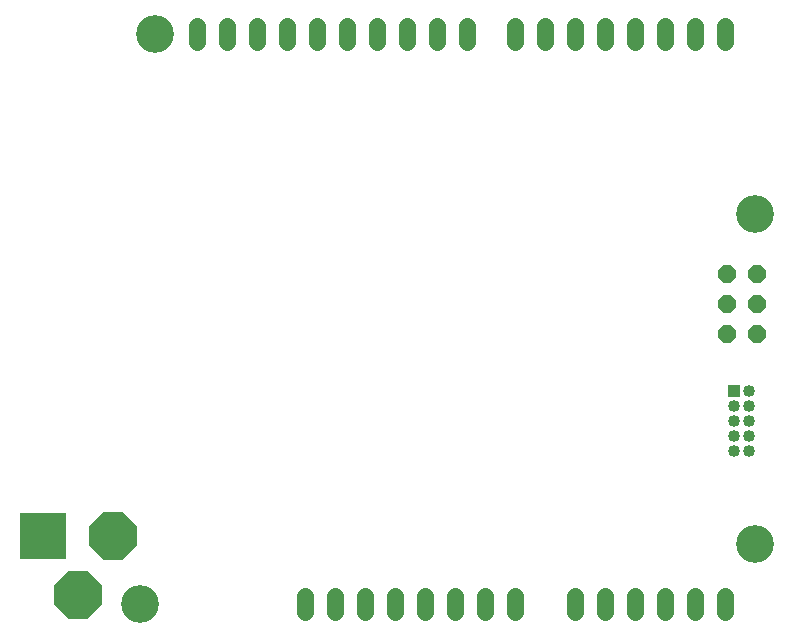
<source format=gbs>
G75*
%MOIN*%
%OFA0B0*%
%FSLAX25Y25*%
%IPPOS*%
%LPD*%
%AMOC8*
5,1,8,0,0,1.08239X$1,22.5*
%
%ADD10C,0.12598*%
%ADD11OC8,0.06102*%
%ADD12C,0.05600*%
%ADD13OC8,0.15748*%
%ADD14R,0.15748X0.15748*%
%ADD15C,0.07677*%
%ADD16R,0.04000X0.04000*%
%ADD17C,0.04000*%
D10*
X0063760Y0013750D03*
X0268760Y0033750D03*
X0268760Y0143750D03*
X0068760Y0203750D03*
D11*
X0259260Y0123750D03*
X0269260Y0123750D03*
X0269260Y0113750D03*
X0259260Y0113750D03*
X0259260Y0103750D03*
X0269260Y0103750D03*
D12*
X0258760Y0016550D02*
X0258760Y0010950D01*
X0248760Y0010950D02*
X0248760Y0016550D01*
X0238760Y0016550D02*
X0238760Y0010950D01*
X0228760Y0010950D02*
X0228760Y0016550D01*
X0218760Y0016550D02*
X0218760Y0010950D01*
X0208760Y0010950D02*
X0208760Y0016550D01*
X0188760Y0016550D02*
X0188760Y0010950D01*
X0178760Y0010950D02*
X0178760Y0016550D01*
X0168760Y0016550D02*
X0168760Y0010950D01*
X0158760Y0010950D02*
X0158760Y0016550D01*
X0148760Y0016550D02*
X0148760Y0010950D01*
X0138760Y0010950D02*
X0138760Y0016550D01*
X0128760Y0016550D02*
X0128760Y0010950D01*
X0118760Y0010950D02*
X0118760Y0016550D01*
X0122760Y0200950D02*
X0122760Y0206550D01*
X0112760Y0206550D02*
X0112760Y0200950D01*
X0102760Y0200950D02*
X0102760Y0206550D01*
X0092760Y0206550D02*
X0092760Y0200950D01*
X0082760Y0200950D02*
X0082760Y0206550D01*
X0132760Y0206550D02*
X0132760Y0200950D01*
X0142760Y0200950D02*
X0142760Y0206550D01*
X0152760Y0206550D02*
X0152760Y0200950D01*
X0162760Y0200950D02*
X0162760Y0206550D01*
X0172760Y0206550D02*
X0172760Y0200950D01*
X0188760Y0200950D02*
X0188760Y0206550D01*
X0198760Y0206550D02*
X0198760Y0200950D01*
X0208760Y0200950D02*
X0208760Y0206550D01*
X0218760Y0206550D02*
X0218760Y0200950D01*
X0228760Y0200950D02*
X0228760Y0206550D01*
X0238760Y0206550D02*
X0238760Y0200950D01*
X0248760Y0200950D02*
X0248760Y0206550D01*
X0258760Y0206550D02*
X0258760Y0200950D01*
D13*
X0054760Y0036450D03*
X0042960Y0016750D03*
D14*
X0031160Y0036450D03*
D15*
X0039960Y0016750D03*
X0045960Y0016750D03*
X0054760Y0033450D03*
X0054760Y0039450D03*
X0031160Y0039450D03*
X0031160Y0033450D03*
D16*
X0261760Y0084616D03*
D17*
X0266760Y0084616D03*
X0266760Y0079616D03*
X0266760Y0074616D03*
X0266760Y0069616D03*
X0261760Y0069616D03*
X0261760Y0074616D03*
X0261760Y0079616D03*
X0261760Y0064616D03*
X0266760Y0064616D03*
M02*

</source>
